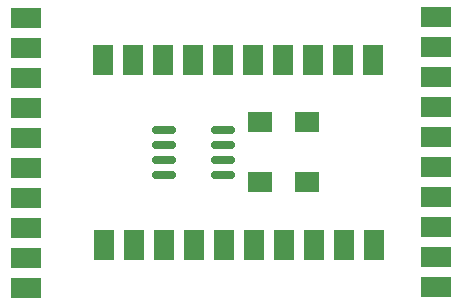
<source format=gbr>
%TF.GenerationSoftware,KiCad,Pcbnew,(6.0.2)*%
%TF.CreationDate,2022-11-08T15:40:53-05:00*%
%TF.ProjectId,Main Board,4d61696e-2042-46f6-9172-642e6b696361,rev?*%
%TF.SameCoordinates,Original*%
%TF.FileFunction,Paste,Top*%
%TF.FilePolarity,Positive*%
%FSLAX46Y46*%
G04 Gerber Fmt 4.6, Leading zero omitted, Abs format (unit mm)*
G04 Created by KiCad (PCBNEW (6.0.2)) date 2022-11-08 15:40:53*
%MOMM*%
%LPD*%
G01*
G04 APERTURE LIST*
G04 Aperture macros list*
%AMRoundRect*
0 Rectangle with rounded corners*
0 $1 Rounding radius*
0 $2 $3 $4 $5 $6 $7 $8 $9 X,Y pos of 4 corners*
0 Add a 4 corners polygon primitive as box body*
4,1,4,$2,$3,$4,$5,$6,$7,$8,$9,$2,$3,0*
0 Add four circle primitives for the rounded corners*
1,1,$1+$1,$2,$3*
1,1,$1+$1,$4,$5*
1,1,$1+$1,$6,$7*
1,1,$1+$1,$8,$9*
0 Add four rect primitives between the rounded corners*
20,1,$1+$1,$2,$3,$4,$5,0*
20,1,$1+$1,$4,$5,$6,$7,0*
20,1,$1+$1,$6,$7,$8,$9,0*
20,1,$1+$1,$8,$9,$2,$3,0*%
G04 Aperture macros list end*
%ADD10R,1.700000X2.500000*%
%ADD11R,2.000000X1.700000*%
%ADD12R,2.500000X1.700000*%
%ADD13RoundRect,0.150000X-0.825000X-0.150000X0.825000X-0.150000X0.825000X0.150000X-0.825000X0.150000X0*%
G04 APERTURE END LIST*
D10*
%TO.C,J2*%
X168890000Y-83580000D03*
X171430000Y-83580000D03*
X173970000Y-83580000D03*
X176510000Y-83580000D03*
X179050000Y-83580000D03*
X181590000Y-83580000D03*
X184130000Y-83580000D03*
X186670000Y-83580000D03*
X189210000Y-83580000D03*
X191750000Y-83580000D03*
%TD*%
%TO.C,J3*%
X191790000Y-99300000D03*
X189250000Y-99300000D03*
X186710000Y-99300000D03*
X184170000Y-99300000D03*
X181630000Y-99300000D03*
X179090000Y-99300000D03*
X176550000Y-99300000D03*
X174010000Y-99300000D03*
X171470000Y-99300000D03*
X168930000Y-99300000D03*
%TD*%
D11*
%TO.C,R3*%
X186150000Y-88900000D03*
X182150000Y-88900000D03*
%TD*%
%TO.C,D1*%
X186150000Y-93980000D03*
X182150000Y-93980000D03*
%TD*%
D12*
%TO.C,J4*%
X197090000Y-79990000D03*
X197090000Y-82530000D03*
X197090000Y-85070000D03*
X197090000Y-87610000D03*
X197090000Y-90150000D03*
X197090000Y-92690000D03*
X197090000Y-95230000D03*
X197090000Y-97770000D03*
X197090000Y-100310000D03*
X197090000Y-102850000D03*
%TD*%
D13*
%TO.C,U1*%
X174055000Y-89535000D03*
X174055000Y-90805000D03*
X174055000Y-92075000D03*
X174055000Y-93345000D03*
X179005000Y-93345000D03*
X179005000Y-92075000D03*
X179005000Y-90805000D03*
X179005000Y-89535000D03*
%TD*%
D12*
%TO.C,J1*%
X162320000Y-102890000D03*
X162320000Y-100350000D03*
X162320000Y-97810000D03*
X162320000Y-95270000D03*
X162320000Y-92730000D03*
X162320000Y-90190000D03*
X162320000Y-87650000D03*
X162320000Y-85110000D03*
X162320000Y-82570000D03*
X162320000Y-80030000D03*
%TD*%
M02*

</source>
